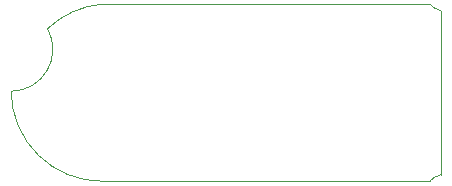
<source format=gbr>
%TF.GenerationSoftware,KiCad,Pcbnew,7.0.7*%
%TF.CreationDate,2024-01-11T13:54:05+01:00*%
%TF.ProjectId,ovrdrive,6f767264-7269-4766-952e-6b696361645f,rev?*%
%TF.SameCoordinates,Original*%
%TF.FileFunction,Profile,NP*%
%FSLAX46Y46*%
G04 Gerber Fmt 4.6, Leading zero omitted, Abs format (unit mm)*
G04 Created by KiCad (PCBNEW 7.0.7) date 2024-01-11 13:54:05*
%MOMM*%
%LPD*%
G01*
G04 APERTURE LIST*
%TA.AperFunction,Profile*%
%ADD10C,0.050000*%
%TD*%
G04 APERTURE END LIST*
D10*
X115799984Y-96623735D02*
G75*
G03*
X111127767Y-98707236I586016J-7594565D01*
G01*
X115800000Y-111623719D02*
X143484463Y-111623719D01*
X108038222Y-104007804D02*
G75*
G03*
X115800000Y-111623718I7701378J85704D01*
G01*
X144434511Y-111073730D02*
G75*
G03*
X143484517Y-111623715I325889J-1658370D01*
G01*
X108038263Y-104007806D02*
G75*
G03*
X111127766Y-98707236I-23613J3564426D01*
G01*
X143484520Y-96623709D02*
G75*
G03*
X144434512Y-97173717I1275880J1108309D01*
G01*
X144434463Y-97173719D02*
X144434463Y-111073719D01*
X115800000Y-96623719D02*
X143484463Y-96623719D01*
M02*

</source>
